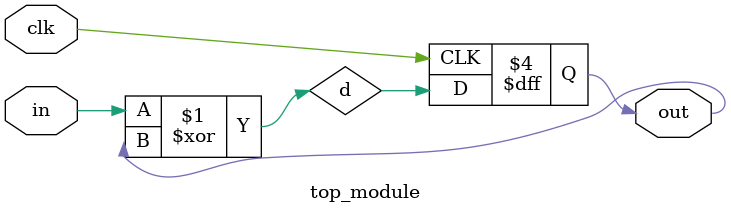
<source format=v>
module top_module (
    input clk,
    input in, 
    output reg out
);
	initial
    	out = 0;
    
    reg d;
    
    assign d = in^out;

    always @(posedge clk) begin
        out <= d;
        //d <= in^out;
    end

endmodule
</source>
